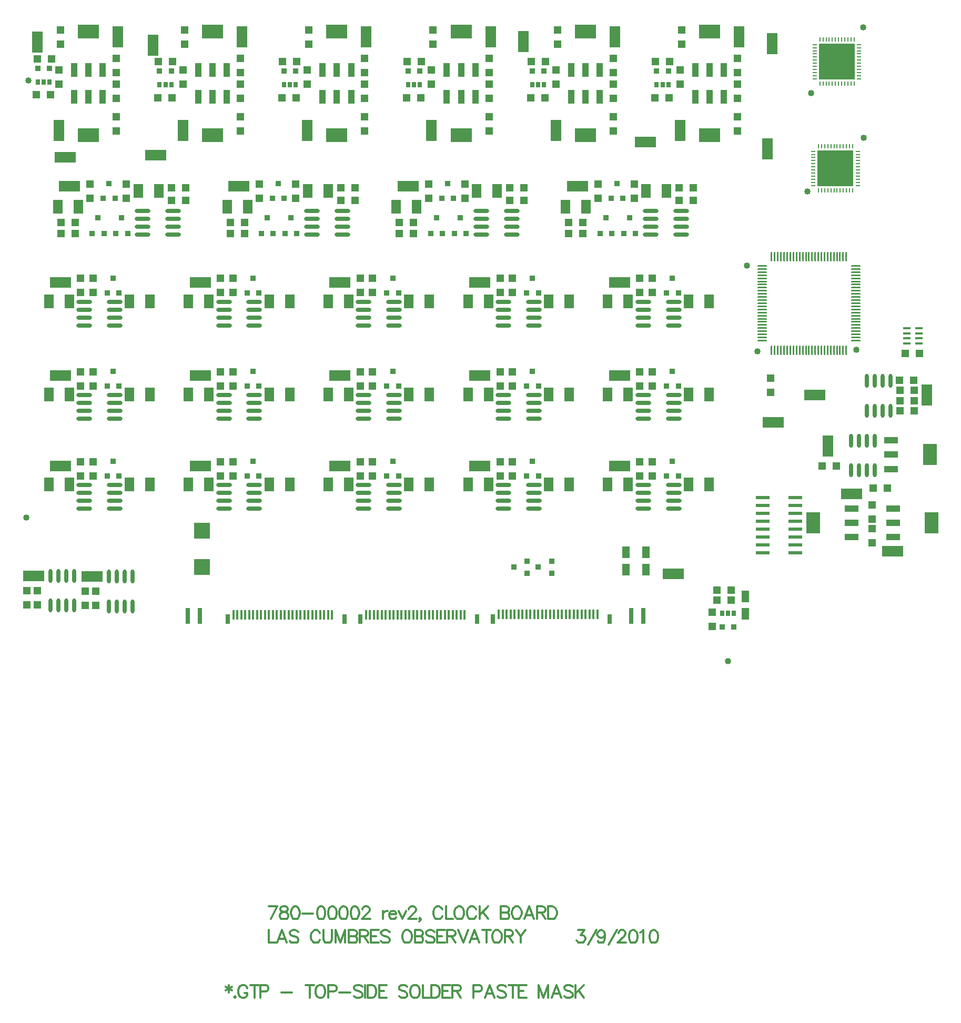
<source format=gtp>
%FSLAX23Y23*%
%MOIN*%
G70*
G01*
G75*
G04 Layer_Color=8421504*
%ADD10R,0.050X0.050*%
%ADD11C,0.040*%
%ADD12R,0.085X0.138*%
%ADD13R,0.085X0.043*%
%ADD14R,0.085X0.043*%
%ADD15R,0.060X0.086*%
%ADD16R,0.035X0.037*%
%ADD17R,0.035X0.037*%
%ADD18R,0.050X0.050*%
%ADD19O,0.098X0.028*%
%ADD20R,0.135X0.070*%
%ADD21R,0.228X0.228*%
%ADD22O,0.008X0.033*%
%ADD23O,0.033X0.008*%
%ADD24R,0.070X0.135*%
%ADD25R,0.138X0.085*%
%ADD26R,0.043X0.085*%
%ADD27R,0.043X0.085*%
%ADD28R,0.031X0.060*%
%ADD29R,0.014X0.060*%
%ADD30R,0.030X0.100*%
%ADD31R,0.048X0.078*%
%ADD32R,0.100X0.100*%
%ADD33O,0.010X0.061*%
%ADD34O,0.061X0.010*%
%ADD35O,0.024X0.087*%
%ADD36R,0.045X0.017*%
%ADD37R,0.028X0.036*%
%ADD38R,0.036X0.036*%
%ADD39R,0.087X0.024*%
%ADD40R,0.036X0.036*%
%ADD41C,0.010*%
%ADD42C,0.005*%
%ADD43C,0.020*%
%ADD44C,0.007*%
%ADD45C,0.012*%
%ADD46R,1.181X0.787*%
%ADD47C,0.012*%
%ADD48C,0.012*%
%ADD49C,0.236*%
%ADD50C,0.050*%
%ADD51C,0.020*%
%ADD52C,0.026*%
%ADD53R,0.059X0.059*%
%ADD54C,0.059*%
%ADD55C,0.024*%
%ADD56C,0.040*%
%ADD57C,0.030*%
%ADD58C,0.033*%
%ADD59C,0.055*%
G04:AMPARAMS|DCode=60|XSize=70mil|YSize=70mil|CornerRadius=0mil|HoleSize=0mil|Usage=FLASHONLY|Rotation=0.000|XOffset=0mil|YOffset=0mil|HoleType=Round|Shape=Relief|Width=10mil|Gap=10mil|Entries=4|*
%AMTHD60*
7,0,0,0.070,0.050,0.010,45*
%
%ADD60THD60*%
%ADD61R,0.094X0.102*%
%ADD62O,0.087X0.024*%
%ADD63R,0.078X0.048*%
%ADD64O,0.028X0.098*%
%ADD65R,0.075X0.063*%
%ADD66R,1.181X0.787*%
%ADD67C,0.010*%
%ADD68C,0.010*%
%ADD69C,0.008*%
%ADD70C,0.024*%
%ADD71C,0.008*%
%ADD72C,0.006*%
%ADD73R,0.240X0.165*%
D10*
X23425Y13331D02*
D03*
X23335D02*
D03*
X23657Y13189D02*
D03*
X23747D02*
D03*
X23827Y13680D02*
D03*
X23917D02*
D03*
X23917Y13745D02*
D03*
X23827D02*
D03*
X23917Y13810D02*
D03*
X23827D02*
D03*
X23952Y14043D02*
D03*
X23862D02*
D03*
X19210Y15013D02*
D03*
X19300D02*
D03*
X18600Y14873D02*
D03*
X18510D02*
D03*
X19300Y15093D02*
D03*
X19210D02*
D03*
X18510Y14803D02*
D03*
X18600D02*
D03*
X20283Y15013D02*
D03*
X20373D02*
D03*
X19673Y14873D02*
D03*
X19583D02*
D03*
X18355Y15684D02*
D03*
X18445D02*
D03*
X19125Y15665D02*
D03*
X19215D02*
D03*
X19912D02*
D03*
X20002D02*
D03*
X20700D02*
D03*
X20790D02*
D03*
X21487D02*
D03*
X21577D02*
D03*
X21356Y15013D02*
D03*
X21446D02*
D03*
X20746Y14873D02*
D03*
X20656D02*
D03*
X21446Y15093D02*
D03*
X21356D02*
D03*
X20656Y14803D02*
D03*
X20746D02*
D03*
X22429Y15013D02*
D03*
X22519D02*
D03*
X21819Y14873D02*
D03*
X21729D02*
D03*
X22519Y15093D02*
D03*
X22429D02*
D03*
X21729Y14803D02*
D03*
X21819D02*
D03*
X22365Y15665D02*
D03*
X22275D02*
D03*
X19673Y14803D02*
D03*
X19583D02*
D03*
X20283Y15093D02*
D03*
X20373D02*
D03*
X22758Y12545D02*
D03*
X22668D02*
D03*
X22758Y12480D02*
D03*
X22668D02*
D03*
X18450Y15910D02*
D03*
X18360D02*
D03*
X19218Y15893D02*
D03*
X19128D02*
D03*
X20005D02*
D03*
X19915D02*
D03*
X20793D02*
D03*
X20703D02*
D03*
X21580D02*
D03*
X21490D02*
D03*
X22368D02*
D03*
X22278D02*
D03*
X23824Y13875D02*
D03*
X23914D02*
D03*
D11*
X23263Y15695D02*
D03*
X23595Y16109D02*
D03*
X23240Y15072D02*
D03*
X23597Y15410D02*
D03*
X22857Y14602D02*
D03*
X22925Y14056D02*
D03*
X23550Y14068D02*
D03*
X22739Y12093D02*
D03*
X18291Y13005D02*
D03*
X18305Y15775D02*
D03*
D12*
X23278Y12970D02*
D03*
X24017Y13403D02*
D03*
X24027Y12970D02*
D03*
D13*
X23522Y13060D02*
D03*
Y12879D02*
D03*
X23772Y13493D02*
D03*
Y13312D02*
D03*
X23783Y13060D02*
D03*
Y12879D02*
D03*
D14*
X23522Y12970D02*
D03*
X23772Y13403D02*
D03*
X23783Y12970D02*
D03*
D15*
X21220Y13214D02*
D03*
X21090D02*
D03*
X21602D02*
D03*
X21732D02*
D03*
X20334D02*
D03*
X20204D02*
D03*
X20716D02*
D03*
X20846D02*
D03*
X20334Y13785D02*
D03*
X20204D02*
D03*
X20716D02*
D03*
X20846D02*
D03*
X19448Y13785D02*
D03*
X19318D02*
D03*
X19830D02*
D03*
X19960D02*
D03*
X22106Y13214D02*
D03*
X21976D02*
D03*
X22488D02*
D03*
X22618D02*
D03*
X19448Y13214D02*
D03*
X19318D02*
D03*
X19830D02*
D03*
X19960D02*
D03*
X18563D02*
D03*
X18433D02*
D03*
X18944D02*
D03*
X19074D02*
D03*
X22106Y13785D02*
D03*
X21976D02*
D03*
X22488D02*
D03*
X22618D02*
D03*
X21220D02*
D03*
X21090D02*
D03*
X21602D02*
D03*
X21732D02*
D03*
X18563D02*
D03*
X18433D02*
D03*
X18944D02*
D03*
X19074D02*
D03*
X18490Y14973D02*
D03*
X18620D02*
D03*
X19000Y15073D02*
D03*
X19130D02*
D03*
X19074Y14375D02*
D03*
X18944D02*
D03*
X18433D02*
D03*
X18563D02*
D03*
X20846D02*
D03*
X20716D02*
D03*
X20204D02*
D03*
X20334D02*
D03*
X21732D02*
D03*
X21602D02*
D03*
X21090D02*
D03*
X21220D02*
D03*
X20636Y14973D02*
D03*
X20766D02*
D03*
X21146Y15073D02*
D03*
X21276D02*
D03*
X21709Y14973D02*
D03*
X21839D02*
D03*
X22219Y15073D02*
D03*
X22349D02*
D03*
X19960Y14375D02*
D03*
X19830D02*
D03*
X19318D02*
D03*
X19448D02*
D03*
X22618D02*
D03*
X22488D02*
D03*
X21976D02*
D03*
X22106D02*
D03*
X20203Y15073D02*
D03*
X20073D02*
D03*
X19693Y14973D02*
D03*
X19563D02*
D03*
D16*
X21499Y13359D02*
D03*
X21462Y13266D02*
D03*
X20614Y13359D02*
D03*
X20576Y13266D02*
D03*
X20614Y13930D02*
D03*
X20576Y13837D02*
D03*
X19728Y13930D02*
D03*
X19690Y13837D02*
D03*
X22385Y13359D02*
D03*
X22348Y13266D02*
D03*
X19728Y13359D02*
D03*
X19690Y13266D02*
D03*
X18842Y13359D02*
D03*
X18805Y13266D02*
D03*
X22385Y13930D02*
D03*
X22348Y13837D02*
D03*
X21499Y13930D02*
D03*
X21462Y13837D02*
D03*
X18842Y13930D02*
D03*
X18805Y13837D02*
D03*
X18895Y14903D02*
D03*
X18858Y14804D02*
D03*
X18745Y14903D02*
D03*
X18708Y14804D02*
D03*
X18778Y15027D02*
D03*
X18815Y15120D02*
D03*
X19968Y14903D02*
D03*
X19931Y14804D02*
D03*
X19818Y14903D02*
D03*
X19781Y14804D02*
D03*
X19851Y15027D02*
D03*
X19888Y15120D02*
D03*
X18805Y14428D02*
D03*
X18842Y14520D02*
D03*
X20576Y14428D02*
D03*
X20614Y14520D02*
D03*
X21462Y14428D02*
D03*
X21499Y14520D02*
D03*
X21041Y14903D02*
D03*
X21004Y14804D02*
D03*
X20891Y14903D02*
D03*
X20854Y14804D02*
D03*
X20924Y15027D02*
D03*
X20961Y15120D02*
D03*
X22114Y14903D02*
D03*
X22077Y14804D02*
D03*
X21964Y14903D02*
D03*
X21927Y14804D02*
D03*
X21997Y15027D02*
D03*
X22034Y15120D02*
D03*
X19690Y14428D02*
D03*
X19728Y14520D02*
D03*
X22348Y14428D02*
D03*
X22385Y14520D02*
D03*
D17*
X21537Y13266D02*
D03*
X20651D02*
D03*
X20651Y13837D02*
D03*
X19765Y13837D02*
D03*
X22423Y13266D02*
D03*
X19765D02*
D03*
X18879D02*
D03*
X22423Y13837D02*
D03*
X21537D02*
D03*
X18879D02*
D03*
X18933Y14804D02*
D03*
X18783D02*
D03*
X18853Y15027D02*
D03*
X20006Y14804D02*
D03*
X19856D02*
D03*
X19926Y15027D02*
D03*
X18879Y14428D02*
D03*
X20651D02*
D03*
X21537D02*
D03*
X21078Y14804D02*
D03*
X20928D02*
D03*
X20998Y15027D02*
D03*
X22151Y14804D02*
D03*
X22001D02*
D03*
X22071Y15027D02*
D03*
X19765Y14428D02*
D03*
X22423D02*
D03*
D18*
X21293Y13267D02*
D03*
Y13357D02*
D03*
X21372Y13267D02*
D03*
Y13357D02*
D03*
X20407Y13267D02*
D03*
Y13357D02*
D03*
X20486Y13267D02*
D03*
Y13357D02*
D03*
X20407Y13838D02*
D03*
Y13928D02*
D03*
X20486Y13838D02*
D03*
Y13928D02*
D03*
X19521Y13838D02*
D03*
Y13928D02*
D03*
X19600Y13838D02*
D03*
Y13928D02*
D03*
X22179Y13267D02*
D03*
Y13357D02*
D03*
X22257Y13267D02*
D03*
Y13357D02*
D03*
X19521Y13267D02*
D03*
Y13357D02*
D03*
X19600Y13267D02*
D03*
Y13357D02*
D03*
X18635Y13267D02*
D03*
Y13357D02*
D03*
X18714Y13267D02*
D03*
Y13357D02*
D03*
X22179Y13838D02*
D03*
Y13928D02*
D03*
X22257Y13838D02*
D03*
Y13928D02*
D03*
X21293Y13838D02*
D03*
Y13928D02*
D03*
X21372Y13838D02*
D03*
Y13928D02*
D03*
X18635Y13838D02*
D03*
Y13928D02*
D03*
X18714Y13838D02*
D03*
Y13928D02*
D03*
X18296Y12451D02*
D03*
Y12541D02*
D03*
X18361D02*
D03*
Y12451D02*
D03*
X18666Y12446D02*
D03*
Y12536D02*
D03*
X18731Y12536D02*
D03*
Y12446D02*
D03*
X23650Y12995D02*
D03*
Y13085D02*
D03*
Y12845D02*
D03*
Y12935D02*
D03*
X22638Y12315D02*
D03*
Y12405D02*
D03*
X23009Y13887D02*
D03*
Y13797D02*
D03*
X18925Y15118D02*
D03*
Y15028D02*
D03*
X18695Y15118D02*
D03*
Y15028D02*
D03*
X19998Y15118D02*
D03*
Y15028D02*
D03*
X19768Y15118D02*
D03*
Y15028D02*
D03*
X18714Y14519D02*
D03*
Y14429D02*
D03*
X18635Y14519D02*
D03*
Y14429D02*
D03*
X18861Y15454D02*
D03*
Y15544D02*
D03*
Y15751D02*
D03*
Y15661D02*
D03*
X18860Y15825D02*
D03*
Y15915D02*
D03*
X18497Y15839D02*
D03*
Y15749D02*
D03*
X18507Y16005D02*
D03*
Y16095D02*
D03*
X19649Y15454D02*
D03*
Y15544D02*
D03*
Y15751D02*
D03*
Y15661D02*
D03*
X19648Y15825D02*
D03*
Y15915D02*
D03*
X19285Y15839D02*
D03*
Y15749D02*
D03*
X19295Y16005D02*
D03*
Y16095D02*
D03*
X20436Y15454D02*
D03*
Y15544D02*
D03*
Y15751D02*
D03*
Y15661D02*
D03*
X20435Y15825D02*
D03*
Y15915D02*
D03*
X20072Y15839D02*
D03*
Y15749D02*
D03*
X20082Y16005D02*
D03*
Y16095D02*
D03*
X21224Y15454D02*
D03*
Y15544D02*
D03*
Y15751D02*
D03*
Y15661D02*
D03*
X21223Y15825D02*
D03*
Y15915D02*
D03*
X20859Y15839D02*
D03*
Y15749D02*
D03*
X20869Y16005D02*
D03*
Y16095D02*
D03*
X22011Y15454D02*
D03*
Y15544D02*
D03*
Y15751D02*
D03*
Y15661D02*
D03*
X22010Y15825D02*
D03*
Y15915D02*
D03*
X21647Y15839D02*
D03*
Y15749D02*
D03*
X21657Y16005D02*
D03*
Y16095D02*
D03*
X22798Y15751D02*
D03*
Y15661D02*
D03*
X22797Y15825D02*
D03*
Y15915D02*
D03*
X22434Y15839D02*
D03*
Y15749D02*
D03*
X22444Y16005D02*
D03*
Y16095D02*
D03*
X20486Y14519D02*
D03*
Y14429D02*
D03*
X20407Y14519D02*
D03*
Y14429D02*
D03*
X21372Y14519D02*
D03*
Y14429D02*
D03*
X21293Y14519D02*
D03*
Y14429D02*
D03*
X21071Y15118D02*
D03*
Y15028D02*
D03*
X20841Y15118D02*
D03*
Y15028D02*
D03*
X22144Y15118D02*
D03*
Y15028D02*
D03*
X21914Y15118D02*
D03*
Y15028D02*
D03*
X22798Y15544D02*
D03*
Y15454D02*
D03*
X19600Y14519D02*
D03*
Y14429D02*
D03*
X19521Y14519D02*
D03*
Y14429D02*
D03*
X22257Y14519D02*
D03*
Y14429D02*
D03*
X22179Y14519D02*
D03*
Y14429D02*
D03*
D19*
X21507Y13060D02*
D03*
Y13110D02*
D03*
Y13160D02*
D03*
Y13210D02*
D03*
X21314Y13060D02*
D03*
Y13110D02*
D03*
Y13160D02*
D03*
Y13210D02*
D03*
X20622Y13060D02*
D03*
Y13110D02*
D03*
Y13160D02*
D03*
Y13210D02*
D03*
X20429Y13060D02*
D03*
Y13110D02*
D03*
Y13160D02*
D03*
Y13210D02*
D03*
X20622Y13631D02*
D03*
Y13681D02*
D03*
Y13731D02*
D03*
Y13781D02*
D03*
X20429Y13631D02*
D03*
Y13681D02*
D03*
Y13731D02*
D03*
Y13781D02*
D03*
X19736Y13631D02*
D03*
Y13681D02*
D03*
Y13731D02*
D03*
Y13781D02*
D03*
X19543Y13631D02*
D03*
Y13681D02*
D03*
Y13731D02*
D03*
Y13781D02*
D03*
X22393Y13060D02*
D03*
Y13110D02*
D03*
Y13160D02*
D03*
Y13210D02*
D03*
X22200Y13060D02*
D03*
Y13110D02*
D03*
Y13160D02*
D03*
Y13210D02*
D03*
X19736Y13060D02*
D03*
Y13110D02*
D03*
Y13160D02*
D03*
Y13210D02*
D03*
X19543Y13060D02*
D03*
Y13110D02*
D03*
Y13160D02*
D03*
Y13210D02*
D03*
X18850Y13060D02*
D03*
Y13110D02*
D03*
Y13160D02*
D03*
Y13210D02*
D03*
X18657Y13060D02*
D03*
Y13110D02*
D03*
Y13160D02*
D03*
Y13210D02*
D03*
X22393Y13631D02*
D03*
Y13681D02*
D03*
Y13731D02*
D03*
Y13781D02*
D03*
X22200Y13631D02*
D03*
Y13681D02*
D03*
Y13731D02*
D03*
Y13781D02*
D03*
X21507Y13631D02*
D03*
Y13681D02*
D03*
Y13731D02*
D03*
Y13781D02*
D03*
X21314Y13631D02*
D03*
Y13681D02*
D03*
Y13731D02*
D03*
Y13781D02*
D03*
X18850Y13631D02*
D03*
Y13681D02*
D03*
Y13731D02*
D03*
Y13781D02*
D03*
X18657Y13631D02*
D03*
Y13681D02*
D03*
Y13731D02*
D03*
Y13781D02*
D03*
X19029Y14948D02*
D03*
Y14898D02*
D03*
Y14848D02*
D03*
Y14798D02*
D03*
X19222Y14948D02*
D03*
Y14898D02*
D03*
Y14848D02*
D03*
Y14798D02*
D03*
X20102Y14948D02*
D03*
Y14898D02*
D03*
Y14848D02*
D03*
Y14798D02*
D03*
X20295Y14948D02*
D03*
Y14898D02*
D03*
Y14848D02*
D03*
Y14798D02*
D03*
X18657Y14372D02*
D03*
Y14322D02*
D03*
Y14272D02*
D03*
Y14222D02*
D03*
X18850Y14372D02*
D03*
Y14322D02*
D03*
Y14272D02*
D03*
Y14222D02*
D03*
X20429Y14372D02*
D03*
Y14322D02*
D03*
Y14272D02*
D03*
Y14222D02*
D03*
X20622Y14372D02*
D03*
Y14322D02*
D03*
Y14272D02*
D03*
Y14222D02*
D03*
X21314Y14372D02*
D03*
Y14322D02*
D03*
Y14272D02*
D03*
Y14222D02*
D03*
X21507Y14372D02*
D03*
Y14322D02*
D03*
Y14272D02*
D03*
Y14222D02*
D03*
X21175Y14948D02*
D03*
Y14898D02*
D03*
Y14848D02*
D03*
Y14798D02*
D03*
X21368Y14948D02*
D03*
Y14898D02*
D03*
Y14848D02*
D03*
Y14798D02*
D03*
X22247Y14948D02*
D03*
Y14898D02*
D03*
Y14848D02*
D03*
Y14798D02*
D03*
X22440Y14948D02*
D03*
Y14898D02*
D03*
Y14848D02*
D03*
Y14798D02*
D03*
X19543Y14372D02*
D03*
Y14322D02*
D03*
Y14272D02*
D03*
Y14222D02*
D03*
X19736Y14372D02*
D03*
Y14322D02*
D03*
Y14272D02*
D03*
Y14222D02*
D03*
X22200Y14372D02*
D03*
Y14322D02*
D03*
Y14272D02*
D03*
Y14222D02*
D03*
X22393Y14372D02*
D03*
Y14322D02*
D03*
Y14272D02*
D03*
Y14222D02*
D03*
D20*
X21165Y13332D02*
D03*
X20279D02*
D03*
Y13903D02*
D03*
X19393Y13903D02*
D03*
X22051Y13332D02*
D03*
X19393D02*
D03*
X18507D02*
D03*
X22051Y13903D02*
D03*
X21165D02*
D03*
X18507D02*
D03*
X21784Y15103D02*
D03*
X20711D02*
D03*
X21165Y14494D02*
D03*
X20279D02*
D03*
X18507D02*
D03*
X19638Y15103D02*
D03*
X18565D02*
D03*
X23520Y13155D02*
D03*
X23780Y12790D02*
D03*
X18337Y12635D02*
D03*
X18707Y12630D02*
D03*
X19393Y14494D02*
D03*
X22051D02*
D03*
X18537Y15288D02*
D03*
X22215Y15383D02*
D03*
X23024Y13606D02*
D03*
X23289Y13781D02*
D03*
X22392Y12647D02*
D03*
X19110Y15301D02*
D03*
D21*
X23428Y15893D02*
D03*
X23419Y15217D02*
D03*
D22*
X23320Y16034D02*
D03*
X23340D02*
D03*
X23360D02*
D03*
X23379D02*
D03*
X23399D02*
D03*
X23419D02*
D03*
X23438D02*
D03*
X23458D02*
D03*
X23478D02*
D03*
X23497D02*
D03*
X23517D02*
D03*
X23537D02*
D03*
Y15753D02*
D03*
X23517D02*
D03*
X23478D02*
D03*
X23458D02*
D03*
X23438D02*
D03*
X23419D02*
D03*
X23399D02*
D03*
X23379D02*
D03*
X23360D02*
D03*
X23340D02*
D03*
X23320D02*
D03*
X23311Y15357D02*
D03*
X23331D02*
D03*
X23351D02*
D03*
X23370D02*
D03*
X23390D02*
D03*
X23410D02*
D03*
X23429D02*
D03*
X23449D02*
D03*
X23469D02*
D03*
X23488D02*
D03*
X23508D02*
D03*
X23528D02*
D03*
Y15076D02*
D03*
X23508D02*
D03*
X23488D02*
D03*
X23469D02*
D03*
X23449D02*
D03*
X23429D02*
D03*
X23410D02*
D03*
X23390D02*
D03*
X23370D02*
D03*
X23351D02*
D03*
X23331D02*
D03*
X23311D02*
D03*
X23497Y15753D02*
D03*
D23*
X23569Y16002D02*
D03*
Y15982D02*
D03*
Y15962D02*
D03*
Y15943D02*
D03*
Y15923D02*
D03*
Y15903D02*
D03*
Y15884D02*
D03*
Y15864D02*
D03*
Y15844D02*
D03*
Y15825D02*
D03*
Y15805D02*
D03*
Y15785D02*
D03*
X23288Y15805D02*
D03*
Y15825D02*
D03*
Y15844D02*
D03*
Y15864D02*
D03*
Y15884D02*
D03*
Y15903D02*
D03*
Y15923D02*
D03*
Y15943D02*
D03*
Y15962D02*
D03*
Y15982D02*
D03*
Y16002D02*
D03*
X23560Y15325D02*
D03*
Y15305D02*
D03*
Y15286D02*
D03*
Y15266D02*
D03*
Y15246D02*
D03*
Y15227D02*
D03*
Y15207D02*
D03*
Y15187D02*
D03*
Y15168D02*
D03*
Y15148D02*
D03*
Y15128D02*
D03*
Y15108D02*
D03*
X23279D02*
D03*
Y15128D02*
D03*
Y15148D02*
D03*
Y15168D02*
D03*
Y15187D02*
D03*
Y15207D02*
D03*
Y15227D02*
D03*
Y15246D02*
D03*
Y15266D02*
D03*
Y15286D02*
D03*
Y15305D02*
D03*
Y15325D02*
D03*
X23288Y15785D02*
D03*
D24*
X21234Y16050D02*
D03*
X19659D02*
D03*
X18871D02*
D03*
X20446D02*
D03*
X22021D02*
D03*
X22808D02*
D03*
X22434Y15458D02*
D03*
X21647D02*
D03*
X20859D02*
D03*
X20072D02*
D03*
X19285D02*
D03*
X18497D02*
D03*
X23997Y13780D02*
D03*
X23370Y13458D02*
D03*
X22987Y15340D02*
D03*
X19094Y15996D02*
D03*
X21441Y16019D02*
D03*
X23019Y16007D02*
D03*
X18362Y16018D02*
D03*
D25*
X22621Y16084D02*
D03*
X18684Y15426D02*
D03*
Y16084D02*
D03*
X19472Y15426D02*
D03*
Y16084D02*
D03*
X20259Y15426D02*
D03*
Y16084D02*
D03*
X21047Y15426D02*
D03*
Y16084D02*
D03*
X21834Y15426D02*
D03*
Y16084D02*
D03*
X22621Y15426D02*
D03*
D26*
X22712Y15840D02*
D03*
X22531D02*
D03*
X18775Y15670D02*
D03*
X18594D02*
D03*
Y15840D02*
D03*
X18775D02*
D03*
X19562Y15670D02*
D03*
X19381D02*
D03*
Y15840D02*
D03*
X19562D02*
D03*
X20350Y15670D02*
D03*
X20169D02*
D03*
Y15840D02*
D03*
X20350D02*
D03*
X21137Y15670D02*
D03*
X20956D02*
D03*
Y15840D02*
D03*
X21137D02*
D03*
X21924Y15670D02*
D03*
X21743D02*
D03*
Y15840D02*
D03*
X21924D02*
D03*
X22712Y15670D02*
D03*
X22531D02*
D03*
D27*
X22621Y15840D02*
D03*
X18684Y15670D02*
D03*
Y15840D02*
D03*
X19472Y15670D02*
D03*
Y15840D02*
D03*
X20259Y15670D02*
D03*
Y15840D02*
D03*
X21047Y15670D02*
D03*
Y15840D02*
D03*
X21834Y15670D02*
D03*
Y15840D02*
D03*
X22621Y15670D02*
D03*
D28*
X19567Y12361D02*
D03*
X20307D02*
D03*
X20407D02*
D03*
X21147D02*
D03*
X21247D02*
D03*
X21987D02*
D03*
D29*
X21910Y12389D02*
D03*
X21885D02*
D03*
X21860D02*
D03*
X21835D02*
D03*
X21810D02*
D03*
X21785D02*
D03*
X21760D02*
D03*
X21735D02*
D03*
X21710D02*
D03*
X21685D02*
D03*
X21660D02*
D03*
X21635D02*
D03*
X21610D02*
D03*
X21585D02*
D03*
X21560D02*
D03*
X21535D02*
D03*
X21510D02*
D03*
X21485D02*
D03*
X21460D02*
D03*
X21435D02*
D03*
X21410D02*
D03*
X21385D02*
D03*
X21360D02*
D03*
X21335D02*
D03*
X21310D02*
D03*
X21285D02*
D03*
X21069Y12388D02*
D03*
X21044D02*
D03*
X21019D02*
D03*
X20994D02*
D03*
X20969D02*
D03*
X20944D02*
D03*
X20919D02*
D03*
X20894D02*
D03*
X20869D02*
D03*
X20844D02*
D03*
X20819D02*
D03*
X20794D02*
D03*
X20769D02*
D03*
X20744D02*
D03*
X20719D02*
D03*
X20694D02*
D03*
X20669D02*
D03*
X20644D02*
D03*
X20619D02*
D03*
X20594D02*
D03*
X20569D02*
D03*
X20544D02*
D03*
X20519D02*
D03*
X20494D02*
D03*
X20469D02*
D03*
X20444D02*
D03*
X20229D02*
D03*
X20204D02*
D03*
X20179D02*
D03*
X20154D02*
D03*
X20129D02*
D03*
X20104D02*
D03*
X20079D02*
D03*
X20054D02*
D03*
X20029D02*
D03*
X20004D02*
D03*
X19979D02*
D03*
X19954D02*
D03*
X19929D02*
D03*
X19904D02*
D03*
X19879D02*
D03*
X19854D02*
D03*
X19829D02*
D03*
X19804D02*
D03*
X19779D02*
D03*
X19754D02*
D03*
X19729D02*
D03*
X19704D02*
D03*
X19679D02*
D03*
X19654D02*
D03*
X19629D02*
D03*
X19604D02*
D03*
D30*
X19313Y12379D02*
D03*
X19392D02*
D03*
X22123Y12380D02*
D03*
X22202D02*
D03*
D31*
X22848Y12505D02*
D03*
Y12395D02*
D03*
X22219Y12674D02*
D03*
Y12784D02*
D03*
X22091Y12674D02*
D03*
Y12784D02*
D03*
D32*
X19403Y12921D02*
D03*
Y12691D02*
D03*
D33*
X23016Y14657D02*
D03*
X23036D02*
D03*
X23056D02*
D03*
X23075D02*
D03*
X23095D02*
D03*
X23115D02*
D03*
X23134D02*
D03*
X23154D02*
D03*
X23174D02*
D03*
X23193D02*
D03*
X23213D02*
D03*
X23233D02*
D03*
X23252D02*
D03*
X23272D02*
D03*
X23292D02*
D03*
X23311D02*
D03*
X23331D02*
D03*
X23351D02*
D03*
X23371D02*
D03*
X23390D02*
D03*
X23410D02*
D03*
X23430D02*
D03*
X23449D02*
D03*
X23469D02*
D03*
X23489D02*
D03*
Y14064D02*
D03*
X23469D02*
D03*
X23449D02*
D03*
X23430D02*
D03*
X23410D02*
D03*
X23390D02*
D03*
X23371D02*
D03*
X23351D02*
D03*
X23331D02*
D03*
X23311D02*
D03*
X23292D02*
D03*
X23272D02*
D03*
X23252D02*
D03*
X23233D02*
D03*
X23213D02*
D03*
X23193D02*
D03*
X23174D02*
D03*
X23154D02*
D03*
X23134D02*
D03*
X23115D02*
D03*
X23095D02*
D03*
X23075D02*
D03*
X23056D02*
D03*
X23036D02*
D03*
X23016D02*
D03*
D34*
X23549Y14597D02*
D03*
Y14577D02*
D03*
Y14557D02*
D03*
Y14538D02*
D03*
Y14518D02*
D03*
Y14498D02*
D03*
Y14479D02*
D03*
Y14459D02*
D03*
Y14439D02*
D03*
Y14420D02*
D03*
Y14400D02*
D03*
Y14380D02*
D03*
Y14361D02*
D03*
Y14341D02*
D03*
Y14321D02*
D03*
Y14302D02*
D03*
Y14282D02*
D03*
Y14262D02*
D03*
Y14243D02*
D03*
Y14223D02*
D03*
Y14203D02*
D03*
Y14183D02*
D03*
Y14164D02*
D03*
Y14144D02*
D03*
Y14124D02*
D03*
X22956D02*
D03*
Y14144D02*
D03*
Y14164D02*
D03*
Y14183D02*
D03*
Y14203D02*
D03*
Y14223D02*
D03*
Y14243D02*
D03*
Y14262D02*
D03*
Y14282D02*
D03*
Y14302D02*
D03*
Y14321D02*
D03*
Y14341D02*
D03*
Y14361D02*
D03*
Y14380D02*
D03*
Y14400D02*
D03*
Y14420D02*
D03*
Y14439D02*
D03*
Y14459D02*
D03*
Y14479D02*
D03*
Y14498D02*
D03*
Y14518D02*
D03*
Y14538D02*
D03*
Y14557D02*
D03*
Y14577D02*
D03*
Y14597D02*
D03*
D35*
X18816Y12441D02*
D03*
X18866D02*
D03*
X18916D02*
D03*
X18966D02*
D03*
X18816Y12630D02*
D03*
X18866D02*
D03*
X18916D02*
D03*
X18966D02*
D03*
X23617Y13681D02*
D03*
X23667D02*
D03*
X23717D02*
D03*
X23767D02*
D03*
X23617Y13869D02*
D03*
X23667D02*
D03*
X23717D02*
D03*
X23767D02*
D03*
X23519Y13303D02*
D03*
X23569D02*
D03*
X23619D02*
D03*
X23669D02*
D03*
X23519Y13492D02*
D03*
X23569D02*
D03*
X23619D02*
D03*
X23669D02*
D03*
X18446Y12446D02*
D03*
X18496D02*
D03*
X18546D02*
D03*
X18596D02*
D03*
X18446Y12635D02*
D03*
X18496D02*
D03*
X18546D02*
D03*
X18596D02*
D03*
D36*
X23948Y14203D02*
D03*
Y14171D02*
D03*
Y14140D02*
D03*
Y14108D02*
D03*
X23871D02*
D03*
Y14140D02*
D03*
Y14171D02*
D03*
Y14203D02*
D03*
D37*
X22775Y12398D02*
D03*
X22701D02*
D03*
X22738D02*
D03*
X18365Y15764D02*
D03*
X18439D02*
D03*
X18402D02*
D03*
X19136Y15747D02*
D03*
X19210D02*
D03*
X19173D02*
D03*
X19923D02*
D03*
X19997D02*
D03*
X19960D02*
D03*
X20711D02*
D03*
X20785D02*
D03*
X20748D02*
D03*
X21498D02*
D03*
X21572D02*
D03*
X21535D02*
D03*
X22286D02*
D03*
X22360D02*
D03*
X22323D02*
D03*
D38*
X22775Y12312D02*
D03*
X22701D02*
D03*
X18365Y15850D02*
D03*
X18439D02*
D03*
X19136Y15833D02*
D03*
X19210D02*
D03*
X19923D02*
D03*
X19997D02*
D03*
X20711D02*
D03*
X20785D02*
D03*
X21498D02*
D03*
X21572D02*
D03*
X22286D02*
D03*
X22360D02*
D03*
D39*
X23164Y12780D02*
D03*
Y12830D02*
D03*
Y12880D02*
D03*
Y12930D02*
D03*
Y12980D02*
D03*
Y13030D02*
D03*
Y13080D02*
D03*
Y13130D02*
D03*
X22959Y12780D02*
D03*
Y12830D02*
D03*
Y12880D02*
D03*
Y12930D02*
D03*
Y12980D02*
D03*
Y13030D02*
D03*
Y13080D02*
D03*
Y13130D02*
D03*
D40*
X21466Y12726D02*
D03*
X21380Y12689D02*
D03*
X21466Y12652D02*
D03*
X21622Y12726D02*
D03*
X21536Y12689D02*
D03*
X21622Y12652D02*
D03*
D47*
X19574Y10041D02*
Y9995D01*
X19555Y10030D02*
X19593Y10007D01*
Y10030D02*
X19555Y10007D01*
X19613Y9969D02*
X19609Y9965D01*
X19613Y9961D01*
X19617Y9965D01*
X19613Y9969D01*
X19692Y10022D02*
X19688Y10030D01*
X19680Y10037D01*
X19673Y10041D01*
X19657D01*
X19650Y10037D01*
X19642Y10030D01*
X19638Y10022D01*
X19635Y10010D01*
Y9991D01*
X19638Y9980D01*
X19642Y9972D01*
X19650Y9965D01*
X19657Y9961D01*
X19673D01*
X19680Y9965D01*
X19688Y9972D01*
X19692Y9980D01*
Y9991D01*
X19673D02*
X19692D01*
X19737Y10041D02*
Y9961D01*
X19710Y10041D02*
X19763D01*
X19773Y9999D02*
X19807D01*
X19819Y10003D01*
X19822Y10007D01*
X19826Y10014D01*
Y10026D01*
X19822Y10033D01*
X19819Y10037D01*
X19807Y10041D01*
X19773D01*
Y9961D01*
X19907Y9995D02*
X19975D01*
X20089Y10041D02*
Y9961D01*
X20062Y10041D02*
X20115D01*
X20148D02*
X20140Y10037D01*
X20132Y10030D01*
X20129Y10022D01*
X20125Y10010D01*
Y9991D01*
X20129Y9980D01*
X20132Y9972D01*
X20140Y9965D01*
X20148Y9961D01*
X20163D01*
X20170Y9965D01*
X20178Y9972D01*
X20182Y9980D01*
X20186Y9991D01*
Y10010D01*
X20182Y10022D01*
X20178Y10030D01*
X20170Y10037D01*
X20163Y10041D01*
X20148D01*
X20204Y9999D02*
X20239D01*
X20250Y10003D01*
X20254Y10007D01*
X20258Y10014D01*
Y10026D01*
X20254Y10033D01*
X20250Y10037D01*
X20239Y10041D01*
X20204D01*
Y9961D01*
X20276Y9995D02*
X20344D01*
X20421Y10030D02*
X20413Y10037D01*
X20402Y10041D01*
X20387D01*
X20375Y10037D01*
X20368Y10030D01*
Y10022D01*
X20372Y10014D01*
X20375Y10010D01*
X20383Y10007D01*
X20406Y9999D01*
X20413Y9995D01*
X20417Y9991D01*
X20421Y9984D01*
Y9972D01*
X20413Y9965D01*
X20402Y9961D01*
X20387D01*
X20375Y9965D01*
X20368Y9972D01*
X20439Y10041D02*
Y9961D01*
X20456Y10041D02*
Y9961D01*
Y10041D02*
X20482D01*
X20494Y10037D01*
X20501Y10030D01*
X20505Y10022D01*
X20509Y10010D01*
Y9991D01*
X20505Y9980D01*
X20501Y9972D01*
X20494Y9965D01*
X20482Y9961D01*
X20456D01*
X20576Y10041D02*
X20527D01*
Y9961D01*
X20576D01*
X20527Y10003D02*
X20557D01*
X20706Y10030D02*
X20698Y10037D01*
X20687Y10041D01*
X20672D01*
X20660Y10037D01*
X20653Y10030D01*
Y10022D01*
X20656Y10014D01*
X20660Y10010D01*
X20668Y10007D01*
X20691Y9999D01*
X20698Y9995D01*
X20702Y9991D01*
X20706Y9984D01*
Y9972D01*
X20698Y9965D01*
X20687Y9961D01*
X20672D01*
X20660Y9965D01*
X20653Y9972D01*
X20747Y10041D02*
X20739Y10037D01*
X20732Y10030D01*
X20728Y10022D01*
X20724Y10010D01*
Y9991D01*
X20728Y9980D01*
X20732Y9972D01*
X20739Y9965D01*
X20747Y9961D01*
X20762D01*
X20770Y9965D01*
X20777Y9972D01*
X20781Y9980D01*
X20785Y9991D01*
Y10010D01*
X20781Y10022D01*
X20777Y10030D01*
X20770Y10037D01*
X20762Y10041D01*
X20747D01*
X20803D02*
Y9961D01*
X20849D01*
X20858Y10041D02*
Y9961D01*
Y10041D02*
X20885D01*
X20896Y10037D01*
X20904Y10030D01*
X20907Y10022D01*
X20911Y10010D01*
Y9991D01*
X20907Y9980D01*
X20904Y9972D01*
X20896Y9965D01*
X20885Y9961D01*
X20858D01*
X20979Y10041D02*
X20929D01*
Y9961D01*
X20979D01*
X20929Y10003D02*
X20960D01*
X20992Y10041D02*
Y9961D01*
Y10041D02*
X21026D01*
X21038Y10037D01*
X21042Y10033D01*
X21045Y10026D01*
Y10018D01*
X21042Y10010D01*
X21038Y10007D01*
X21026Y10003D01*
X20992D01*
X21019D02*
X21045Y9961D01*
X21126Y9999D02*
X21160D01*
X21172Y10003D01*
X21176Y10007D01*
X21179Y10014D01*
Y10026D01*
X21176Y10033D01*
X21172Y10037D01*
X21160Y10041D01*
X21126D01*
Y9961D01*
X21258D02*
X21228Y10041D01*
X21197Y9961D01*
X21209Y9988D02*
X21247D01*
X21330Y10030D02*
X21323Y10037D01*
X21311Y10041D01*
X21296D01*
X21285Y10037D01*
X21277Y10030D01*
Y10022D01*
X21281Y10014D01*
X21285Y10010D01*
X21292Y10007D01*
X21315Y9999D01*
X21323Y9995D01*
X21326Y9991D01*
X21330Y9984D01*
Y9972D01*
X21323Y9965D01*
X21311Y9961D01*
X21296D01*
X21285Y9965D01*
X21277Y9972D01*
X21375Y10041D02*
Y9961D01*
X21348Y10041D02*
X21401D01*
X21460D02*
X21411D01*
Y9961D01*
X21460D01*
X21411Y10003D02*
X21441D01*
X21537Y10041D02*
Y9961D01*
Y10041D02*
X21567Y9961D01*
X21598Y10041D02*
X21567Y9961D01*
X21598Y10041D02*
Y9961D01*
X21681D02*
X21651Y10041D01*
X21620Y9961D01*
X21632Y9988D02*
X21670D01*
X21753Y10030D02*
X21746Y10037D01*
X21734Y10041D01*
X21719D01*
X21708Y10037D01*
X21700Y10030D01*
Y10022D01*
X21704Y10014D01*
X21708Y10010D01*
X21715Y10007D01*
X21738Y9999D01*
X21746Y9995D01*
X21750Y9991D01*
X21753Y9984D01*
Y9972D01*
X21746Y9965D01*
X21734Y9961D01*
X21719D01*
X21708Y9965D01*
X21700Y9972D01*
X21771Y10041D02*
Y9961D01*
X21825Y10041D02*
X21771Y9988D01*
X21790Y10007D02*
X21825Y9961D01*
X19880Y10539D02*
X19842Y10459D01*
X19827Y10539D02*
X19880D01*
X19917D02*
X19906Y10535D01*
X19902Y10527D01*
Y10520D01*
X19906Y10512D01*
X19913Y10508D01*
X19929Y10504D01*
X19940Y10500D01*
X19948Y10493D01*
X19952Y10485D01*
Y10474D01*
X19948Y10466D01*
X19944Y10462D01*
X19933Y10459D01*
X19917D01*
X19906Y10462D01*
X19902Y10466D01*
X19898Y10474D01*
Y10485D01*
X19902Y10493D01*
X19910Y10500D01*
X19921Y10504D01*
X19936Y10508D01*
X19944Y10512D01*
X19948Y10520D01*
Y10527D01*
X19944Y10535D01*
X19933Y10539D01*
X19917D01*
X19992D02*
X19981Y10535D01*
X19973Y10523D01*
X19969Y10504D01*
Y10493D01*
X19973Y10474D01*
X19981Y10462D01*
X19992Y10459D01*
X20000D01*
X20011Y10462D01*
X20019Y10474D01*
X20023Y10493D01*
Y10504D01*
X20019Y10523D01*
X20011Y10535D01*
X20000Y10539D01*
X19992D01*
X20041Y10493D02*
X20109D01*
X20156Y10539D02*
X20144Y10535D01*
X20137Y10523D01*
X20133Y10504D01*
Y10493D01*
X20137Y10474D01*
X20144Y10462D01*
X20156Y10459D01*
X20163D01*
X20175Y10462D01*
X20182Y10474D01*
X20186Y10493D01*
Y10504D01*
X20182Y10523D01*
X20175Y10535D01*
X20163Y10539D01*
X20156D01*
X20227D02*
X20216Y10535D01*
X20208Y10523D01*
X20204Y10504D01*
Y10493D01*
X20208Y10474D01*
X20216Y10462D01*
X20227Y10459D01*
X20235D01*
X20246Y10462D01*
X20254Y10474D01*
X20257Y10493D01*
Y10504D01*
X20254Y10523D01*
X20246Y10535D01*
X20235Y10539D01*
X20227D01*
X20298D02*
X20287Y10535D01*
X20279Y10523D01*
X20275Y10504D01*
Y10493D01*
X20279Y10474D01*
X20287Y10462D01*
X20298Y10459D01*
X20306D01*
X20317Y10462D01*
X20325Y10474D01*
X20329Y10493D01*
Y10504D01*
X20325Y10523D01*
X20317Y10535D01*
X20306Y10539D01*
X20298D01*
X20369D02*
X20358Y10535D01*
X20350Y10523D01*
X20347Y10504D01*
Y10493D01*
X20350Y10474D01*
X20358Y10462D01*
X20369Y10459D01*
X20377D01*
X20388Y10462D01*
X20396Y10474D01*
X20400Y10493D01*
Y10504D01*
X20396Y10523D01*
X20388Y10535D01*
X20377Y10539D01*
X20369D01*
X20422Y10520D02*
Y10523D01*
X20425Y10531D01*
X20429Y10535D01*
X20437Y10539D01*
X20452D01*
X20460Y10535D01*
X20463Y10531D01*
X20467Y10523D01*
Y10516D01*
X20463Y10508D01*
X20456Y10497D01*
X20418Y10459D01*
X20471D01*
X20552Y10512D02*
Y10459D01*
Y10489D02*
X20556Y10500D01*
X20563Y10508D01*
X20571Y10512D01*
X20582D01*
X20590Y10489D02*
X20635D01*
Y10497D01*
X20631Y10504D01*
X20628Y10508D01*
X20620Y10512D01*
X20609D01*
X20601Y10508D01*
X20593Y10500D01*
X20590Y10489D01*
Y10481D01*
X20593Y10470D01*
X20601Y10462D01*
X20609Y10459D01*
X20620D01*
X20628Y10462D01*
X20635Y10470D01*
X20652Y10512D02*
X20675Y10459D01*
X20698Y10512D02*
X20675Y10459D01*
X20715Y10520D02*
Y10523D01*
X20719Y10531D01*
X20722Y10535D01*
X20730Y10539D01*
X20745D01*
X20753Y10535D01*
X20757Y10531D01*
X20761Y10523D01*
Y10516D01*
X20757Y10508D01*
X20749Y10497D01*
X20711Y10459D01*
X20764D01*
X20790Y10462D02*
X20786Y10459D01*
X20782Y10462D01*
X20786Y10466D01*
X20790Y10462D01*
Y10455D01*
X20786Y10447D01*
X20782Y10443D01*
X20927Y10520D02*
X20924Y10527D01*
X20916Y10535D01*
X20908Y10539D01*
X20893D01*
X20885Y10535D01*
X20878Y10527D01*
X20874Y10520D01*
X20870Y10508D01*
Y10489D01*
X20874Y10478D01*
X20878Y10470D01*
X20885Y10462D01*
X20893Y10459D01*
X20908D01*
X20916Y10462D01*
X20924Y10470D01*
X20927Y10478D01*
X20950Y10539D02*
Y10459D01*
X20996D01*
X21027Y10539D02*
X21020Y10535D01*
X21012Y10527D01*
X21008Y10520D01*
X21004Y10508D01*
Y10489D01*
X21008Y10478D01*
X21012Y10470D01*
X21020Y10462D01*
X21027Y10459D01*
X21042D01*
X21050Y10462D01*
X21058Y10470D01*
X21061Y10478D01*
X21065Y10489D01*
Y10508D01*
X21061Y10520D01*
X21058Y10527D01*
X21050Y10535D01*
X21042Y10539D01*
X21027D01*
X21141Y10520D02*
X21137Y10527D01*
X21130Y10535D01*
X21122Y10539D01*
X21107D01*
X21099Y10535D01*
X21092Y10527D01*
X21088Y10520D01*
X21084Y10508D01*
Y10489D01*
X21088Y10478D01*
X21092Y10470D01*
X21099Y10462D01*
X21107Y10459D01*
X21122D01*
X21130Y10462D01*
X21137Y10470D01*
X21141Y10478D01*
X21164Y10539D02*
Y10459D01*
X21217Y10539D02*
X21164Y10485D01*
X21183Y10504D02*
X21217Y10459D01*
X21298Y10539D02*
Y10459D01*
Y10539D02*
X21332D01*
X21343Y10535D01*
X21347Y10531D01*
X21351Y10523D01*
Y10516D01*
X21347Y10508D01*
X21343Y10504D01*
X21332Y10500D01*
X21298D02*
X21332D01*
X21343Y10497D01*
X21347Y10493D01*
X21351Y10485D01*
Y10474D01*
X21347Y10466D01*
X21343Y10462D01*
X21332Y10459D01*
X21298D01*
X21392Y10539D02*
X21384Y10535D01*
X21376Y10527D01*
X21373Y10520D01*
X21369Y10508D01*
Y10489D01*
X21373Y10478D01*
X21376Y10470D01*
X21384Y10462D01*
X21392Y10459D01*
X21407D01*
X21415Y10462D01*
X21422Y10470D01*
X21426Y10478D01*
X21430Y10489D01*
Y10508D01*
X21426Y10520D01*
X21422Y10527D01*
X21415Y10535D01*
X21407Y10539D01*
X21392D01*
X21509Y10459D02*
X21479Y10539D01*
X21448Y10459D01*
X21460Y10485D02*
X21498D01*
X21528Y10539D02*
Y10459D01*
Y10539D02*
X21562D01*
X21574Y10535D01*
X21578Y10531D01*
X21581Y10523D01*
Y10516D01*
X21578Y10508D01*
X21574Y10504D01*
X21562Y10500D01*
X21528D01*
X21555D02*
X21581Y10459D01*
X21599Y10539D02*
Y10459D01*
Y10539D02*
X21626D01*
X21637Y10535D01*
X21645Y10527D01*
X21649Y10520D01*
X21653Y10508D01*
Y10489D01*
X21649Y10478D01*
X21645Y10470D01*
X21637Y10462D01*
X21626Y10459D01*
X21599D01*
D48*
X19827Y10389D02*
Y10309D01*
X19873D01*
X19942D02*
X19912Y10389D01*
X19881Y10309D01*
X19893Y10335D02*
X19931D01*
X20014Y10377D02*
X20007Y10385D01*
X19995Y10389D01*
X19980D01*
X19969Y10385D01*
X19961Y10377D01*
Y10370D01*
X19965Y10362D01*
X19969Y10358D01*
X19976Y10354D01*
X19999Y10347D01*
X20007Y10343D01*
X20011Y10339D01*
X20014Y10331D01*
Y10320D01*
X20007Y10312D01*
X19995Y10309D01*
X19980D01*
X19969Y10312D01*
X19961Y10320D01*
X20152Y10370D02*
X20148Y10377D01*
X20141Y10385D01*
X20133Y10389D01*
X20118D01*
X20110Y10385D01*
X20103Y10377D01*
X20099Y10370D01*
X20095Y10358D01*
Y10339D01*
X20099Y10328D01*
X20103Y10320D01*
X20110Y10312D01*
X20118Y10309D01*
X20133D01*
X20141Y10312D01*
X20148Y10320D01*
X20152Y10328D01*
X20175Y10389D02*
Y10331D01*
X20179Y10320D01*
X20186Y10312D01*
X20198Y10309D01*
X20205D01*
X20217Y10312D01*
X20224Y10320D01*
X20228Y10331D01*
Y10389D01*
X20250D02*
Y10309D01*
Y10389D02*
X20281Y10309D01*
X20311Y10389D02*
X20281Y10309D01*
X20311Y10389D02*
Y10309D01*
X20334Y10389D02*
Y10309D01*
Y10389D02*
X20368D01*
X20380Y10385D01*
X20383Y10381D01*
X20387Y10373D01*
Y10366D01*
X20383Y10358D01*
X20380Y10354D01*
X20368Y10350D01*
X20334D02*
X20368D01*
X20380Y10347D01*
X20383Y10343D01*
X20387Y10335D01*
Y10324D01*
X20383Y10316D01*
X20380Y10312D01*
X20368Y10309D01*
X20334D01*
X20405Y10389D02*
Y10309D01*
Y10389D02*
X20439D01*
X20451Y10385D01*
X20455Y10381D01*
X20459Y10373D01*
Y10366D01*
X20455Y10358D01*
X20451Y10354D01*
X20439Y10350D01*
X20405D01*
X20432D02*
X20459Y10309D01*
X20526Y10389D02*
X20476D01*
Y10309D01*
X20526D01*
X20476Y10350D02*
X20507D01*
X20593Y10377D02*
X20585Y10385D01*
X20574Y10389D01*
X20558D01*
X20547Y10385D01*
X20539Y10377D01*
Y10370D01*
X20543Y10362D01*
X20547Y10358D01*
X20554Y10354D01*
X20577Y10347D01*
X20585Y10343D01*
X20589Y10339D01*
X20593Y10331D01*
Y10320D01*
X20585Y10312D01*
X20574Y10309D01*
X20558D01*
X20547Y10312D01*
X20539Y10320D01*
X20696Y10389D02*
X20689Y10385D01*
X20681Y10377D01*
X20677Y10370D01*
X20673Y10358D01*
Y10339D01*
X20677Y10328D01*
X20681Y10320D01*
X20689Y10312D01*
X20696Y10309D01*
X20711D01*
X20719Y10312D01*
X20727Y10320D01*
X20730Y10328D01*
X20734Y10339D01*
Y10358D01*
X20730Y10370D01*
X20727Y10377D01*
X20719Y10385D01*
X20711Y10389D01*
X20696D01*
X20753D02*
Y10309D01*
Y10389D02*
X20787D01*
X20799Y10385D01*
X20802Y10381D01*
X20806Y10373D01*
Y10366D01*
X20802Y10358D01*
X20799Y10354D01*
X20787Y10350D01*
X20753D02*
X20787D01*
X20799Y10347D01*
X20802Y10343D01*
X20806Y10335D01*
Y10324D01*
X20802Y10316D01*
X20799Y10312D01*
X20787Y10309D01*
X20753D01*
X20877Y10377D02*
X20870Y10385D01*
X20858Y10389D01*
X20843D01*
X20832Y10385D01*
X20824Y10377D01*
Y10370D01*
X20828Y10362D01*
X20832Y10358D01*
X20839Y10354D01*
X20862Y10347D01*
X20870Y10343D01*
X20874Y10339D01*
X20877Y10331D01*
Y10320D01*
X20870Y10312D01*
X20858Y10309D01*
X20843D01*
X20832Y10312D01*
X20824Y10320D01*
X20945Y10389D02*
X20895D01*
Y10309D01*
X20945D01*
X20895Y10350D02*
X20926D01*
X20958Y10389D02*
Y10309D01*
Y10389D02*
X20992D01*
X21004Y10385D01*
X21008Y10381D01*
X21012Y10373D01*
Y10366D01*
X21008Y10358D01*
X21004Y10354D01*
X20992Y10350D01*
X20958D01*
X20985D02*
X21012Y10309D01*
X21029Y10389D02*
X21060Y10309D01*
X21090Y10389D02*
X21060Y10309D01*
X21162D02*
X21131Y10389D01*
X21101Y10309D01*
X21112Y10335D02*
X21150D01*
X21207Y10389D02*
Y10309D01*
X21180Y10389D02*
X21234D01*
X21266D02*
X21258Y10385D01*
X21251Y10377D01*
X21247Y10370D01*
X21243Y10358D01*
Y10339D01*
X21247Y10328D01*
X21251Y10320D01*
X21258Y10312D01*
X21266Y10309D01*
X21281D01*
X21289Y10312D01*
X21296Y10320D01*
X21300Y10328D01*
X21304Y10339D01*
Y10358D01*
X21300Y10370D01*
X21296Y10377D01*
X21289Y10385D01*
X21281Y10389D01*
X21266D01*
X21323D02*
Y10309D01*
Y10389D02*
X21357D01*
X21368Y10385D01*
X21372Y10381D01*
X21376Y10373D01*
Y10366D01*
X21372Y10358D01*
X21368Y10354D01*
X21357Y10350D01*
X21323D01*
X21349D02*
X21376Y10309D01*
X21394Y10389D02*
X21424Y10350D01*
Y10309D01*
X21455Y10389D02*
X21424Y10350D01*
X21787Y10389D02*
X21829D01*
X21806Y10358D01*
X21817D01*
X21825Y10354D01*
X21829Y10350D01*
X21833Y10339D01*
Y10331D01*
X21829Y10320D01*
X21821Y10312D01*
X21810Y10309D01*
X21798D01*
X21787Y10312D01*
X21783Y10316D01*
X21779Y10324D01*
X21851Y10297D02*
X21904Y10389D01*
X21959Y10362D02*
X21955Y10350D01*
X21947Y10343D01*
X21936Y10339D01*
X21932D01*
X21921Y10343D01*
X21913Y10350D01*
X21909Y10362D01*
Y10366D01*
X21913Y10377D01*
X21921Y10385D01*
X21932Y10389D01*
X21936D01*
X21947Y10385D01*
X21955Y10377D01*
X21959Y10362D01*
Y10343D01*
X21955Y10324D01*
X21947Y10312D01*
X21936Y10309D01*
X21928D01*
X21917Y10312D01*
X21913Y10320D01*
X21980Y10297D02*
X22034Y10389D01*
X22043Y10370D02*
Y10373D01*
X22047Y10381D01*
X22051Y10385D01*
X22058Y10389D01*
X22073D01*
X22081Y10385D01*
X22085Y10381D01*
X22089Y10373D01*
Y10366D01*
X22085Y10358D01*
X22077Y10347D01*
X22039Y10309D01*
X22092D01*
X22133Y10389D02*
X22122Y10385D01*
X22114Y10373D01*
X22110Y10354D01*
Y10343D01*
X22114Y10324D01*
X22122Y10312D01*
X22133Y10309D01*
X22141D01*
X22152Y10312D01*
X22160Y10324D01*
X22164Y10343D01*
Y10354D01*
X22160Y10373D01*
X22152Y10385D01*
X22141Y10389D01*
X22133D01*
X22182Y10373D02*
X22189Y10377D01*
X22201Y10389D01*
Y10309D01*
X22263Y10389D02*
X22252Y10385D01*
X22244Y10373D01*
X22240Y10354D01*
Y10343D01*
X22244Y10324D01*
X22252Y10312D01*
X22263Y10309D01*
X22271D01*
X22282Y10312D01*
X22290Y10324D01*
X22294Y10343D01*
Y10354D01*
X22290Y10373D01*
X22282Y10385D01*
X22271Y10389D01*
X22263D01*
M02*

</source>
